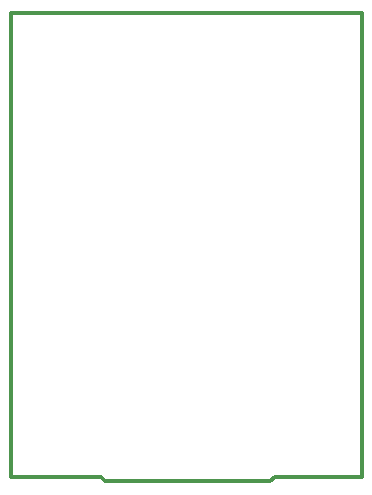
<source format=gko>
G04 Layer_Color=16711935*
%FSLAX43Y43*%
%MOMM*%
G71*
G01*
G75*
%ADD29C,0.300*%
D29*
X59212Y76327D02*
X73122D01*
X51181Y86795D02*
Y105894D01*
X80899Y76738D02*
Y115951D01*
X51181D02*
X80899D01*
X58801Y76738D02*
X59212Y76327D01*
X51181Y76738D02*
X58801D01*
X73122Y76327D02*
X73533Y76738D01*
X80899D01*
X51181Y79443D02*
Y83836D01*
Y105894D02*
Y115951D01*
Y77605D02*
Y78322D01*
Y84957D02*
Y85675D01*
Y83836D02*
Y84957D01*
Y85675D02*
Y86795D01*
Y76738D02*
Y77605D01*
Y78322D02*
Y79443D01*
M02*

</source>
